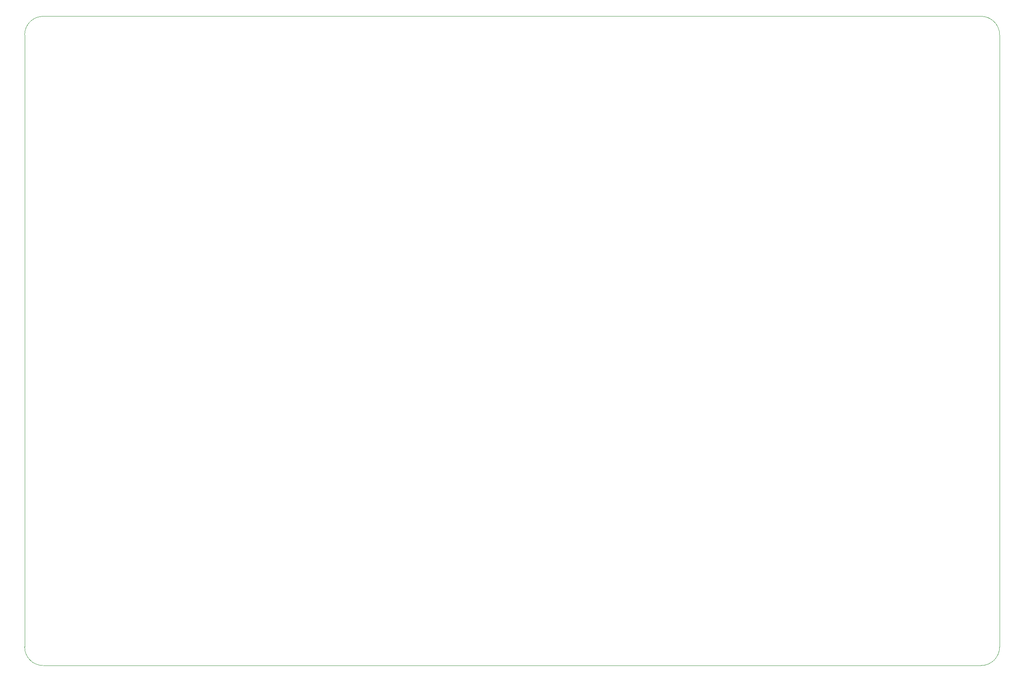
<source format=gm1>
G04 #@! TF.GenerationSoftware,KiCad,Pcbnew,(6.99.0-2225-g61f71e0814)*
G04 #@! TF.CreationDate,2022-08-09T19:58:20+07:00*
G04 #@! TF.ProjectId,Training_Based,54726169-6e69-46e6-975f-42617365642e,rev?*
G04 #@! TF.SameCoordinates,Original*
G04 #@! TF.FileFunction,Profile,NP*
%FSLAX46Y46*%
G04 Gerber Fmt 4.6, Leading zero omitted, Abs format (unit mm)*
G04 Created by KiCad (PCBNEW (6.99.0-2225-g61f71e0814)) date 2022-08-09 19:58:20*
%MOMM*%
%LPD*%
G01*
G04 APERTURE LIST*
G04 #@! TA.AperFunction,Profile*
%ADD10C,0.100000*%
G04 #@! TD*
G04 APERTURE END LIST*
D10*
X24000000Y-20000000D02*
G75*
G03*
X20000000Y-24000000I0J-4000000D01*
G01*
X20000000Y-156000000D02*
G75*
G03*
X24000000Y-160000000I4000000J0D01*
G01*
X24000000Y-20000000D02*
X226000000Y-20000000D01*
X226000000Y-160000000D02*
X24000000Y-160000000D01*
X230000000Y-24000000D02*
X230000000Y-156000000D01*
X226000000Y-160000000D02*
G75*
G03*
X230000000Y-156000000I0J4000000D01*
G01*
X20000000Y-156000000D02*
X20000000Y-24000000D01*
X230000000Y-24000000D02*
G75*
G03*
X226000000Y-20000000I-4000000J0D01*
G01*
M02*

</source>
